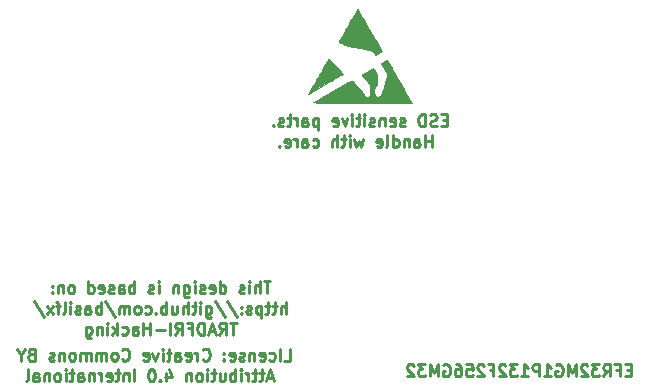
<source format=gbo>
G04 #@! TF.GenerationSoftware,KiCad,Pcbnew,5.1.10-88a1d61d58~88~ubuntu20.10.1*
G04 #@! TF.CreationDate,2021-05-21T17:46:03+03:00*
G04 #@! TF.ProjectId,Devboard,44657662-6f61-4726-942e-6b696361645f,rev?*
G04 #@! TF.SameCoordinates,Original*
G04 #@! TF.FileFunction,Legend,Bot*
G04 #@! TF.FilePolarity,Positive*
%FSLAX46Y46*%
G04 Gerber Fmt 4.6, Leading zero omitted, Abs format (unit mm)*
G04 Created by KiCad (PCBNEW 5.1.10-88a1d61d58~88~ubuntu20.10.1) date 2021-05-21 17:46:03*
%MOMM*%
%LPD*%
G01*
G04 APERTURE LIST*
%ADD10C,0.250000*%
%ADD11C,0.010000*%
%ADD12C,2.600000*%
%ADD13R,2.600000X2.600000*%
%ADD14O,1.700000X1.700000*%
%ADD15R,1.700000X1.700000*%
%ADD16O,1.600000X1.600000*%
%ADD17C,1.600000*%
%ADD18R,3.500000X3.500000*%
%ADD19C,7.000000*%
%ADD20C,3.900000*%
%ADD21C,2.000000*%
%ADD22R,1.000000X1.000000*%
%ADD23O,1.000000X1.000000*%
G04 APERTURE END LIST*
D10*
X167669195Y-113328171D02*
X167335861Y-113328171D01*
X167193004Y-113851980D02*
X167669195Y-113851980D01*
X167669195Y-112851980D01*
X167193004Y-112851980D01*
X166812052Y-113804361D02*
X166669195Y-113851980D01*
X166431100Y-113851980D01*
X166335861Y-113804361D01*
X166288242Y-113756742D01*
X166240623Y-113661504D01*
X166240623Y-113566266D01*
X166288242Y-113471028D01*
X166335861Y-113423409D01*
X166431100Y-113375790D01*
X166621576Y-113328171D01*
X166716814Y-113280552D01*
X166764433Y-113232933D01*
X166812052Y-113137695D01*
X166812052Y-113042457D01*
X166764433Y-112947219D01*
X166716814Y-112899600D01*
X166621576Y-112851980D01*
X166383480Y-112851980D01*
X166240623Y-112899600D01*
X165812052Y-113851980D02*
X165812052Y-112851980D01*
X165573957Y-112851980D01*
X165431100Y-112899600D01*
X165335861Y-112994838D01*
X165288242Y-113090076D01*
X165240623Y-113280552D01*
X165240623Y-113423409D01*
X165288242Y-113613885D01*
X165335861Y-113709123D01*
X165431100Y-113804361D01*
X165573957Y-113851980D01*
X165812052Y-113851980D01*
X164097766Y-113804361D02*
X164002528Y-113851980D01*
X163812052Y-113851980D01*
X163716814Y-113804361D01*
X163669195Y-113709123D01*
X163669195Y-113661504D01*
X163716814Y-113566266D01*
X163812052Y-113518647D01*
X163954909Y-113518647D01*
X164050147Y-113471028D01*
X164097766Y-113375790D01*
X164097766Y-113328171D01*
X164050147Y-113232933D01*
X163954909Y-113185314D01*
X163812052Y-113185314D01*
X163716814Y-113232933D01*
X162859671Y-113804361D02*
X162954909Y-113851980D01*
X163145385Y-113851980D01*
X163240623Y-113804361D01*
X163288242Y-113709123D01*
X163288242Y-113328171D01*
X163240623Y-113232933D01*
X163145385Y-113185314D01*
X162954909Y-113185314D01*
X162859671Y-113232933D01*
X162812052Y-113328171D01*
X162812052Y-113423409D01*
X163288242Y-113518647D01*
X162383480Y-113185314D02*
X162383480Y-113851980D01*
X162383480Y-113280552D02*
X162335861Y-113232933D01*
X162240623Y-113185314D01*
X162097766Y-113185314D01*
X162002528Y-113232933D01*
X161954909Y-113328171D01*
X161954909Y-113851980D01*
X161526338Y-113804361D02*
X161431100Y-113851980D01*
X161240623Y-113851980D01*
X161145385Y-113804361D01*
X161097766Y-113709123D01*
X161097766Y-113661504D01*
X161145385Y-113566266D01*
X161240623Y-113518647D01*
X161383480Y-113518647D01*
X161478719Y-113471028D01*
X161526338Y-113375790D01*
X161526338Y-113328171D01*
X161478719Y-113232933D01*
X161383480Y-113185314D01*
X161240623Y-113185314D01*
X161145385Y-113232933D01*
X160669195Y-113851980D02*
X160669195Y-113185314D01*
X160669195Y-112851980D02*
X160716814Y-112899600D01*
X160669195Y-112947219D01*
X160621576Y-112899600D01*
X160669195Y-112851980D01*
X160669195Y-112947219D01*
X160335861Y-113185314D02*
X159954909Y-113185314D01*
X160193004Y-112851980D02*
X160193004Y-113709123D01*
X160145385Y-113804361D01*
X160050147Y-113851980D01*
X159954909Y-113851980D01*
X159621576Y-113851980D02*
X159621576Y-113185314D01*
X159621576Y-112851980D02*
X159669195Y-112899600D01*
X159621576Y-112947219D01*
X159573957Y-112899600D01*
X159621576Y-112851980D01*
X159621576Y-112947219D01*
X159240623Y-113185314D02*
X159002528Y-113851980D01*
X158764433Y-113185314D01*
X158002528Y-113804361D02*
X158097766Y-113851980D01*
X158288242Y-113851980D01*
X158383480Y-113804361D01*
X158431100Y-113709123D01*
X158431100Y-113328171D01*
X158383480Y-113232933D01*
X158288242Y-113185314D01*
X158097766Y-113185314D01*
X158002528Y-113232933D01*
X157954909Y-113328171D01*
X157954909Y-113423409D01*
X158431100Y-113518647D01*
X156764433Y-113185314D02*
X156764433Y-114185314D01*
X156764433Y-113232933D02*
X156669195Y-113185314D01*
X156478719Y-113185314D01*
X156383480Y-113232933D01*
X156335861Y-113280552D01*
X156288242Y-113375790D01*
X156288242Y-113661504D01*
X156335861Y-113756742D01*
X156383480Y-113804361D01*
X156478719Y-113851980D01*
X156669195Y-113851980D01*
X156764433Y-113804361D01*
X155431100Y-113851980D02*
X155431100Y-113328171D01*
X155478719Y-113232933D01*
X155573957Y-113185314D01*
X155764433Y-113185314D01*
X155859671Y-113232933D01*
X155431100Y-113804361D02*
X155526338Y-113851980D01*
X155764433Y-113851980D01*
X155859671Y-113804361D01*
X155907290Y-113709123D01*
X155907290Y-113613885D01*
X155859671Y-113518647D01*
X155764433Y-113471028D01*
X155526338Y-113471028D01*
X155431100Y-113423409D01*
X154954909Y-113851980D02*
X154954909Y-113185314D01*
X154954909Y-113375790D02*
X154907290Y-113280552D01*
X154859671Y-113232933D01*
X154764433Y-113185314D01*
X154669195Y-113185314D01*
X154478719Y-113185314D02*
X154097766Y-113185314D01*
X154335861Y-112851980D02*
X154335861Y-113709123D01*
X154288242Y-113804361D01*
X154193004Y-113851980D01*
X154097766Y-113851980D01*
X153812052Y-113804361D02*
X153716814Y-113851980D01*
X153526338Y-113851980D01*
X153431100Y-113804361D01*
X153383480Y-113709123D01*
X153383480Y-113661504D01*
X153431100Y-113566266D01*
X153526338Y-113518647D01*
X153669195Y-113518647D01*
X153764433Y-113471028D01*
X153812052Y-113375790D01*
X153812052Y-113328171D01*
X153764433Y-113232933D01*
X153669195Y-113185314D01*
X153526338Y-113185314D01*
X153431100Y-113232933D01*
X152954909Y-113756742D02*
X152907290Y-113804361D01*
X152954909Y-113851980D01*
X153002528Y-113804361D01*
X152954909Y-113756742D01*
X152954909Y-113851980D01*
X166383480Y-115601980D02*
X166383480Y-114601980D01*
X166383480Y-115078171D02*
X165812052Y-115078171D01*
X165812052Y-115601980D02*
X165812052Y-114601980D01*
X164907290Y-115601980D02*
X164907290Y-115078171D01*
X164954909Y-114982933D01*
X165050147Y-114935314D01*
X165240623Y-114935314D01*
X165335861Y-114982933D01*
X164907290Y-115554361D02*
X165002528Y-115601980D01*
X165240623Y-115601980D01*
X165335861Y-115554361D01*
X165383480Y-115459123D01*
X165383480Y-115363885D01*
X165335861Y-115268647D01*
X165240623Y-115221028D01*
X165002528Y-115221028D01*
X164907290Y-115173409D01*
X164431100Y-114935314D02*
X164431100Y-115601980D01*
X164431100Y-115030552D02*
X164383480Y-114982933D01*
X164288242Y-114935314D01*
X164145385Y-114935314D01*
X164050147Y-114982933D01*
X164002528Y-115078171D01*
X164002528Y-115601980D01*
X163097766Y-115601980D02*
X163097766Y-114601980D01*
X163097766Y-115554361D02*
X163193004Y-115601980D01*
X163383480Y-115601980D01*
X163478719Y-115554361D01*
X163526338Y-115506742D01*
X163573957Y-115411504D01*
X163573957Y-115125790D01*
X163526338Y-115030552D01*
X163478719Y-114982933D01*
X163383480Y-114935314D01*
X163193004Y-114935314D01*
X163097766Y-114982933D01*
X162478719Y-115601980D02*
X162573957Y-115554361D01*
X162621576Y-115459123D01*
X162621576Y-114601980D01*
X161716814Y-115554361D02*
X161812052Y-115601980D01*
X162002528Y-115601980D01*
X162097766Y-115554361D01*
X162145385Y-115459123D01*
X162145385Y-115078171D01*
X162097766Y-114982933D01*
X162002528Y-114935314D01*
X161812052Y-114935314D01*
X161716814Y-114982933D01*
X161669195Y-115078171D01*
X161669195Y-115173409D01*
X162145385Y-115268647D01*
X160573957Y-114935314D02*
X160383480Y-115601980D01*
X160193004Y-115125790D01*
X160002528Y-115601980D01*
X159812052Y-114935314D01*
X159431100Y-115601980D02*
X159431100Y-114935314D01*
X159431100Y-114601980D02*
X159478719Y-114649600D01*
X159431100Y-114697219D01*
X159383480Y-114649600D01*
X159431100Y-114601980D01*
X159431100Y-114697219D01*
X159097766Y-114935314D02*
X158716814Y-114935314D01*
X158954909Y-114601980D02*
X158954909Y-115459123D01*
X158907290Y-115554361D01*
X158812052Y-115601980D01*
X158716814Y-115601980D01*
X158383480Y-115601980D02*
X158383480Y-114601980D01*
X157954909Y-115601980D02*
X157954909Y-115078171D01*
X158002528Y-114982933D01*
X158097766Y-114935314D01*
X158240623Y-114935314D01*
X158335861Y-114982933D01*
X158383480Y-115030552D01*
X156288242Y-115554361D02*
X156383480Y-115601980D01*
X156573957Y-115601980D01*
X156669195Y-115554361D01*
X156716814Y-115506742D01*
X156764433Y-115411504D01*
X156764433Y-115125790D01*
X156716814Y-115030552D01*
X156669195Y-114982933D01*
X156573957Y-114935314D01*
X156383480Y-114935314D01*
X156288242Y-114982933D01*
X155431100Y-115601980D02*
X155431100Y-115078171D01*
X155478719Y-114982933D01*
X155573957Y-114935314D01*
X155764433Y-114935314D01*
X155859671Y-114982933D01*
X155431100Y-115554361D02*
X155526338Y-115601980D01*
X155764433Y-115601980D01*
X155859671Y-115554361D01*
X155907290Y-115459123D01*
X155907290Y-115363885D01*
X155859671Y-115268647D01*
X155764433Y-115221028D01*
X155526338Y-115221028D01*
X155431100Y-115173409D01*
X154954909Y-115601980D02*
X154954909Y-114935314D01*
X154954909Y-115125790D02*
X154907290Y-115030552D01*
X154859671Y-114982933D01*
X154764433Y-114935314D01*
X154669195Y-114935314D01*
X153954909Y-115554361D02*
X154050147Y-115601980D01*
X154240623Y-115601980D01*
X154335861Y-115554361D01*
X154383480Y-115459123D01*
X154383480Y-115078171D01*
X154335861Y-114982933D01*
X154240623Y-114935314D01*
X154050147Y-114935314D01*
X153954909Y-114982933D01*
X153907290Y-115078171D01*
X153907290Y-115173409D01*
X154383480Y-115268647D01*
X153478719Y-115506742D02*
X153431100Y-115554361D01*
X153478719Y-115601980D01*
X153526338Y-115554361D01*
X153478719Y-115506742D01*
X153478719Y-115601980D01*
X153874952Y-133689380D02*
X154351142Y-133689380D01*
X154351142Y-132689380D01*
X153541619Y-133689380D02*
X153541619Y-132689380D01*
X152636857Y-133641761D02*
X152732095Y-133689380D01*
X152922571Y-133689380D01*
X153017809Y-133641761D01*
X153065428Y-133594142D01*
X153113047Y-133498904D01*
X153113047Y-133213190D01*
X153065428Y-133117952D01*
X153017809Y-133070333D01*
X152922571Y-133022714D01*
X152732095Y-133022714D01*
X152636857Y-133070333D01*
X151827333Y-133641761D02*
X151922571Y-133689380D01*
X152113047Y-133689380D01*
X152208285Y-133641761D01*
X152255904Y-133546523D01*
X152255904Y-133165571D01*
X152208285Y-133070333D01*
X152113047Y-133022714D01*
X151922571Y-133022714D01*
X151827333Y-133070333D01*
X151779714Y-133165571D01*
X151779714Y-133260809D01*
X152255904Y-133356047D01*
X151351142Y-133022714D02*
X151351142Y-133689380D01*
X151351142Y-133117952D02*
X151303523Y-133070333D01*
X151208285Y-133022714D01*
X151065428Y-133022714D01*
X150970190Y-133070333D01*
X150922571Y-133165571D01*
X150922571Y-133689380D01*
X150494000Y-133641761D02*
X150398761Y-133689380D01*
X150208285Y-133689380D01*
X150113047Y-133641761D01*
X150065428Y-133546523D01*
X150065428Y-133498904D01*
X150113047Y-133403666D01*
X150208285Y-133356047D01*
X150351142Y-133356047D01*
X150446380Y-133308428D01*
X150494000Y-133213190D01*
X150494000Y-133165571D01*
X150446380Y-133070333D01*
X150351142Y-133022714D01*
X150208285Y-133022714D01*
X150113047Y-133070333D01*
X149255904Y-133641761D02*
X149351142Y-133689380D01*
X149541619Y-133689380D01*
X149636857Y-133641761D01*
X149684476Y-133546523D01*
X149684476Y-133165571D01*
X149636857Y-133070333D01*
X149541619Y-133022714D01*
X149351142Y-133022714D01*
X149255904Y-133070333D01*
X149208285Y-133165571D01*
X149208285Y-133260809D01*
X149684476Y-133356047D01*
X148779714Y-133594142D02*
X148732095Y-133641761D01*
X148779714Y-133689380D01*
X148827333Y-133641761D01*
X148779714Y-133594142D01*
X148779714Y-133689380D01*
X148779714Y-133070333D02*
X148732095Y-133117952D01*
X148779714Y-133165571D01*
X148827333Y-133117952D01*
X148779714Y-133070333D01*
X148779714Y-133165571D01*
X146970190Y-133594142D02*
X147017809Y-133641761D01*
X147160666Y-133689380D01*
X147255904Y-133689380D01*
X147398761Y-133641761D01*
X147494000Y-133546523D01*
X147541619Y-133451285D01*
X147589238Y-133260809D01*
X147589238Y-133117952D01*
X147541619Y-132927476D01*
X147494000Y-132832238D01*
X147398761Y-132737000D01*
X147255904Y-132689380D01*
X147160666Y-132689380D01*
X147017809Y-132737000D01*
X146970190Y-132784619D01*
X146541619Y-133689380D02*
X146541619Y-133022714D01*
X146541619Y-133213190D02*
X146494000Y-133117952D01*
X146446380Y-133070333D01*
X146351142Y-133022714D01*
X146255904Y-133022714D01*
X145541619Y-133641761D02*
X145636857Y-133689380D01*
X145827333Y-133689380D01*
X145922571Y-133641761D01*
X145970190Y-133546523D01*
X145970190Y-133165571D01*
X145922571Y-133070333D01*
X145827333Y-133022714D01*
X145636857Y-133022714D01*
X145541619Y-133070333D01*
X145494000Y-133165571D01*
X145494000Y-133260809D01*
X145970190Y-133356047D01*
X144636857Y-133689380D02*
X144636857Y-133165571D01*
X144684476Y-133070333D01*
X144779714Y-133022714D01*
X144970190Y-133022714D01*
X145065428Y-133070333D01*
X144636857Y-133641761D02*
X144732095Y-133689380D01*
X144970190Y-133689380D01*
X145065428Y-133641761D01*
X145113047Y-133546523D01*
X145113047Y-133451285D01*
X145065428Y-133356047D01*
X144970190Y-133308428D01*
X144732095Y-133308428D01*
X144636857Y-133260809D01*
X144303523Y-133022714D02*
X143922571Y-133022714D01*
X144160666Y-132689380D02*
X144160666Y-133546523D01*
X144113047Y-133641761D01*
X144017809Y-133689380D01*
X143922571Y-133689380D01*
X143589238Y-133689380D02*
X143589238Y-133022714D01*
X143589238Y-132689380D02*
X143636857Y-132737000D01*
X143589238Y-132784619D01*
X143541619Y-132737000D01*
X143589238Y-132689380D01*
X143589238Y-132784619D01*
X143208285Y-133022714D02*
X142970190Y-133689380D01*
X142732095Y-133022714D01*
X141970190Y-133641761D02*
X142065428Y-133689380D01*
X142255904Y-133689380D01*
X142351142Y-133641761D01*
X142398761Y-133546523D01*
X142398761Y-133165571D01*
X142351142Y-133070333D01*
X142255904Y-133022714D01*
X142065428Y-133022714D01*
X141970190Y-133070333D01*
X141922571Y-133165571D01*
X141922571Y-133260809D01*
X142398761Y-133356047D01*
X140160666Y-133594142D02*
X140208285Y-133641761D01*
X140351142Y-133689380D01*
X140446380Y-133689380D01*
X140589238Y-133641761D01*
X140684476Y-133546523D01*
X140732095Y-133451285D01*
X140779714Y-133260809D01*
X140779714Y-133117952D01*
X140732095Y-132927476D01*
X140684476Y-132832238D01*
X140589238Y-132737000D01*
X140446380Y-132689380D01*
X140351142Y-132689380D01*
X140208285Y-132737000D01*
X140160666Y-132784619D01*
X139589238Y-133689380D02*
X139684476Y-133641761D01*
X139732095Y-133594142D01*
X139779714Y-133498904D01*
X139779714Y-133213190D01*
X139732095Y-133117952D01*
X139684476Y-133070333D01*
X139589238Y-133022714D01*
X139446380Y-133022714D01*
X139351142Y-133070333D01*
X139303523Y-133117952D01*
X139255904Y-133213190D01*
X139255904Y-133498904D01*
X139303523Y-133594142D01*
X139351142Y-133641761D01*
X139446380Y-133689380D01*
X139589238Y-133689380D01*
X138827333Y-133689380D02*
X138827333Y-133022714D01*
X138827333Y-133117952D02*
X138779714Y-133070333D01*
X138684476Y-133022714D01*
X138541619Y-133022714D01*
X138446380Y-133070333D01*
X138398761Y-133165571D01*
X138398761Y-133689380D01*
X138398761Y-133165571D02*
X138351142Y-133070333D01*
X138255904Y-133022714D01*
X138113047Y-133022714D01*
X138017809Y-133070333D01*
X137970190Y-133165571D01*
X137970190Y-133689380D01*
X137494000Y-133689380D02*
X137494000Y-133022714D01*
X137494000Y-133117952D02*
X137446380Y-133070333D01*
X137351142Y-133022714D01*
X137208285Y-133022714D01*
X137113047Y-133070333D01*
X137065428Y-133165571D01*
X137065428Y-133689380D01*
X137065428Y-133165571D02*
X137017809Y-133070333D01*
X136922571Y-133022714D01*
X136779714Y-133022714D01*
X136684476Y-133070333D01*
X136636857Y-133165571D01*
X136636857Y-133689380D01*
X136017809Y-133689380D02*
X136113047Y-133641761D01*
X136160666Y-133594142D01*
X136208285Y-133498904D01*
X136208285Y-133213190D01*
X136160666Y-133117952D01*
X136113047Y-133070333D01*
X136017809Y-133022714D01*
X135874952Y-133022714D01*
X135779714Y-133070333D01*
X135732095Y-133117952D01*
X135684476Y-133213190D01*
X135684476Y-133498904D01*
X135732095Y-133594142D01*
X135779714Y-133641761D01*
X135874952Y-133689380D01*
X136017809Y-133689380D01*
X135255904Y-133022714D02*
X135255904Y-133689380D01*
X135255904Y-133117952D02*
X135208285Y-133070333D01*
X135113047Y-133022714D01*
X134970190Y-133022714D01*
X134874952Y-133070333D01*
X134827333Y-133165571D01*
X134827333Y-133689380D01*
X134398761Y-133641761D02*
X134303523Y-133689380D01*
X134113047Y-133689380D01*
X134017809Y-133641761D01*
X133970190Y-133546523D01*
X133970190Y-133498904D01*
X134017809Y-133403666D01*
X134113047Y-133356047D01*
X134255904Y-133356047D01*
X134351142Y-133308428D01*
X134398761Y-133213190D01*
X134398761Y-133165571D01*
X134351142Y-133070333D01*
X134255904Y-133022714D01*
X134113047Y-133022714D01*
X134017809Y-133070333D01*
X132446380Y-133165571D02*
X132303523Y-133213190D01*
X132255904Y-133260809D01*
X132208285Y-133356047D01*
X132208285Y-133498904D01*
X132255904Y-133594142D01*
X132303523Y-133641761D01*
X132398761Y-133689380D01*
X132779714Y-133689380D01*
X132779714Y-132689380D01*
X132446380Y-132689380D01*
X132351142Y-132737000D01*
X132303523Y-132784619D01*
X132255904Y-132879857D01*
X132255904Y-132975095D01*
X132303523Y-133070333D01*
X132351142Y-133117952D01*
X132446380Y-133165571D01*
X132779714Y-133165571D01*
X131589238Y-133213190D02*
X131589238Y-133689380D01*
X131922571Y-132689380D02*
X131589238Y-133213190D01*
X131255904Y-132689380D01*
X152898761Y-135153666D02*
X152422571Y-135153666D01*
X152994000Y-135439380D02*
X152660666Y-134439380D01*
X152327333Y-135439380D01*
X152136857Y-134772714D02*
X151755904Y-134772714D01*
X151994000Y-134439380D02*
X151994000Y-135296523D01*
X151946380Y-135391761D01*
X151851142Y-135439380D01*
X151755904Y-135439380D01*
X151565428Y-134772714D02*
X151184476Y-134772714D01*
X151422571Y-134439380D02*
X151422571Y-135296523D01*
X151374952Y-135391761D01*
X151279714Y-135439380D01*
X151184476Y-135439380D01*
X150851142Y-135439380D02*
X150851142Y-134772714D01*
X150851142Y-134963190D02*
X150803523Y-134867952D01*
X150755904Y-134820333D01*
X150660666Y-134772714D01*
X150565428Y-134772714D01*
X150232095Y-135439380D02*
X150232095Y-134772714D01*
X150232095Y-134439380D02*
X150279714Y-134487000D01*
X150232095Y-134534619D01*
X150184476Y-134487000D01*
X150232095Y-134439380D01*
X150232095Y-134534619D01*
X149755904Y-135439380D02*
X149755904Y-134439380D01*
X149755904Y-134820333D02*
X149660666Y-134772714D01*
X149470190Y-134772714D01*
X149374952Y-134820333D01*
X149327333Y-134867952D01*
X149279714Y-134963190D01*
X149279714Y-135248904D01*
X149327333Y-135344142D01*
X149374952Y-135391761D01*
X149470190Y-135439380D01*
X149660666Y-135439380D01*
X149755904Y-135391761D01*
X148422571Y-134772714D02*
X148422571Y-135439380D01*
X148851142Y-134772714D02*
X148851142Y-135296523D01*
X148803523Y-135391761D01*
X148708285Y-135439380D01*
X148565428Y-135439380D01*
X148470190Y-135391761D01*
X148422571Y-135344142D01*
X148089238Y-134772714D02*
X147708285Y-134772714D01*
X147946380Y-134439380D02*
X147946380Y-135296523D01*
X147898761Y-135391761D01*
X147803523Y-135439380D01*
X147708285Y-135439380D01*
X147374952Y-135439380D02*
X147374952Y-134772714D01*
X147374952Y-134439380D02*
X147422571Y-134487000D01*
X147374952Y-134534619D01*
X147327333Y-134487000D01*
X147374952Y-134439380D01*
X147374952Y-134534619D01*
X146755904Y-135439380D02*
X146851142Y-135391761D01*
X146898761Y-135344142D01*
X146946380Y-135248904D01*
X146946380Y-134963190D01*
X146898761Y-134867952D01*
X146851142Y-134820333D01*
X146755904Y-134772714D01*
X146613047Y-134772714D01*
X146517809Y-134820333D01*
X146470190Y-134867952D01*
X146422571Y-134963190D01*
X146422571Y-135248904D01*
X146470190Y-135344142D01*
X146517809Y-135391761D01*
X146613047Y-135439380D01*
X146755904Y-135439380D01*
X145994000Y-134772714D02*
X145994000Y-135439380D01*
X145994000Y-134867952D02*
X145946380Y-134820333D01*
X145851142Y-134772714D01*
X145708285Y-134772714D01*
X145613047Y-134820333D01*
X145565428Y-134915571D01*
X145565428Y-135439380D01*
X143898761Y-134772714D02*
X143898761Y-135439380D01*
X144136857Y-134391761D02*
X144374952Y-135106047D01*
X143755904Y-135106047D01*
X143374952Y-135344142D02*
X143327333Y-135391761D01*
X143374952Y-135439380D01*
X143422571Y-135391761D01*
X143374952Y-135344142D01*
X143374952Y-135439380D01*
X142708285Y-134439380D02*
X142613047Y-134439380D01*
X142517809Y-134487000D01*
X142470190Y-134534619D01*
X142422571Y-134629857D01*
X142374952Y-134820333D01*
X142374952Y-135058428D01*
X142422571Y-135248904D01*
X142470190Y-135344142D01*
X142517809Y-135391761D01*
X142613047Y-135439380D01*
X142708285Y-135439380D01*
X142803523Y-135391761D01*
X142851142Y-135344142D01*
X142898761Y-135248904D01*
X142946380Y-135058428D01*
X142946380Y-134820333D01*
X142898761Y-134629857D01*
X142851142Y-134534619D01*
X142803523Y-134487000D01*
X142708285Y-134439380D01*
X141184476Y-135439380D02*
X141184476Y-134439380D01*
X140708285Y-134772714D02*
X140708285Y-135439380D01*
X140708285Y-134867952D02*
X140660666Y-134820333D01*
X140565428Y-134772714D01*
X140422571Y-134772714D01*
X140327333Y-134820333D01*
X140279714Y-134915571D01*
X140279714Y-135439380D01*
X139946380Y-134772714D02*
X139565428Y-134772714D01*
X139803523Y-134439380D02*
X139803523Y-135296523D01*
X139755904Y-135391761D01*
X139660666Y-135439380D01*
X139565428Y-135439380D01*
X138851142Y-135391761D02*
X138946380Y-135439380D01*
X139136857Y-135439380D01*
X139232095Y-135391761D01*
X139279714Y-135296523D01*
X139279714Y-134915571D01*
X139232095Y-134820333D01*
X139136857Y-134772714D01*
X138946380Y-134772714D01*
X138851142Y-134820333D01*
X138803523Y-134915571D01*
X138803523Y-135010809D01*
X139279714Y-135106047D01*
X138374952Y-135439380D02*
X138374952Y-134772714D01*
X138374952Y-134963190D02*
X138327333Y-134867952D01*
X138279714Y-134820333D01*
X138184476Y-134772714D01*
X138089238Y-134772714D01*
X137755904Y-134772714D02*
X137755904Y-135439380D01*
X137755904Y-134867952D02*
X137708285Y-134820333D01*
X137613047Y-134772714D01*
X137470190Y-134772714D01*
X137374952Y-134820333D01*
X137327333Y-134915571D01*
X137327333Y-135439380D01*
X136422571Y-135439380D02*
X136422571Y-134915571D01*
X136470190Y-134820333D01*
X136565428Y-134772714D01*
X136755904Y-134772714D01*
X136851142Y-134820333D01*
X136422571Y-135391761D02*
X136517809Y-135439380D01*
X136755904Y-135439380D01*
X136851142Y-135391761D01*
X136898761Y-135296523D01*
X136898761Y-135201285D01*
X136851142Y-135106047D01*
X136755904Y-135058428D01*
X136517809Y-135058428D01*
X136422571Y-135010809D01*
X136089238Y-134772714D02*
X135708285Y-134772714D01*
X135946380Y-134439380D02*
X135946380Y-135296523D01*
X135898761Y-135391761D01*
X135803523Y-135439380D01*
X135708285Y-135439380D01*
X135374952Y-135439380D02*
X135374952Y-134772714D01*
X135374952Y-134439380D02*
X135422571Y-134487000D01*
X135374952Y-134534619D01*
X135327333Y-134487000D01*
X135374952Y-134439380D01*
X135374952Y-134534619D01*
X134755904Y-135439380D02*
X134851142Y-135391761D01*
X134898761Y-135344142D01*
X134946380Y-135248904D01*
X134946380Y-134963190D01*
X134898761Y-134867952D01*
X134851142Y-134820333D01*
X134755904Y-134772714D01*
X134613047Y-134772714D01*
X134517809Y-134820333D01*
X134470190Y-134867952D01*
X134422571Y-134963190D01*
X134422571Y-135248904D01*
X134470190Y-135344142D01*
X134517809Y-135391761D01*
X134613047Y-135439380D01*
X134755904Y-135439380D01*
X133994000Y-134772714D02*
X133994000Y-135439380D01*
X133994000Y-134867952D02*
X133946380Y-134820333D01*
X133851142Y-134772714D01*
X133708285Y-134772714D01*
X133613047Y-134820333D01*
X133565428Y-134915571D01*
X133565428Y-135439380D01*
X132660666Y-135439380D02*
X132660666Y-134915571D01*
X132708285Y-134820333D01*
X132803523Y-134772714D01*
X132994000Y-134772714D01*
X133089238Y-134820333D01*
X132660666Y-135391761D02*
X132755904Y-135439380D01*
X132994000Y-135439380D01*
X133089238Y-135391761D01*
X133136857Y-135296523D01*
X133136857Y-135201285D01*
X133089238Y-135106047D01*
X132994000Y-135058428D01*
X132755904Y-135058428D01*
X132660666Y-135010809D01*
X132041619Y-135439380D02*
X132136857Y-135391761D01*
X132184476Y-135296523D01*
X132184476Y-134439380D01*
X183226480Y-134497771D02*
X182893147Y-134497771D01*
X182750290Y-135021580D02*
X183226480Y-135021580D01*
X183226480Y-134021580D01*
X182750290Y-134021580D01*
X181988385Y-134497771D02*
X182321719Y-134497771D01*
X182321719Y-135021580D02*
X182321719Y-134021580D01*
X181845528Y-134021580D01*
X180893147Y-135021580D02*
X181226480Y-134545390D01*
X181464576Y-135021580D02*
X181464576Y-134021580D01*
X181083623Y-134021580D01*
X180988385Y-134069200D01*
X180940766Y-134116819D01*
X180893147Y-134212057D01*
X180893147Y-134354914D01*
X180940766Y-134450152D01*
X180988385Y-134497771D01*
X181083623Y-134545390D01*
X181464576Y-134545390D01*
X180559814Y-134021580D02*
X179940766Y-134021580D01*
X180274100Y-134402533D01*
X180131242Y-134402533D01*
X180036004Y-134450152D01*
X179988385Y-134497771D01*
X179940766Y-134593009D01*
X179940766Y-134831104D01*
X179988385Y-134926342D01*
X180036004Y-134973961D01*
X180131242Y-135021580D01*
X180416957Y-135021580D01*
X180512195Y-134973961D01*
X180559814Y-134926342D01*
X179559814Y-134116819D02*
X179512195Y-134069200D01*
X179416957Y-134021580D01*
X179178861Y-134021580D01*
X179083623Y-134069200D01*
X179036004Y-134116819D01*
X178988385Y-134212057D01*
X178988385Y-134307295D01*
X179036004Y-134450152D01*
X179607433Y-135021580D01*
X178988385Y-135021580D01*
X178559814Y-135021580D02*
X178559814Y-134021580D01*
X178226480Y-134735866D01*
X177893147Y-134021580D01*
X177893147Y-135021580D01*
X176893147Y-134069200D02*
X176988385Y-134021580D01*
X177131242Y-134021580D01*
X177274100Y-134069200D01*
X177369338Y-134164438D01*
X177416957Y-134259676D01*
X177464576Y-134450152D01*
X177464576Y-134593009D01*
X177416957Y-134783485D01*
X177369338Y-134878723D01*
X177274100Y-134973961D01*
X177131242Y-135021580D01*
X177036004Y-135021580D01*
X176893147Y-134973961D01*
X176845528Y-134926342D01*
X176845528Y-134593009D01*
X177036004Y-134593009D01*
X175893147Y-135021580D02*
X176464576Y-135021580D01*
X176178861Y-135021580D02*
X176178861Y-134021580D01*
X176274100Y-134164438D01*
X176369338Y-134259676D01*
X176464576Y-134307295D01*
X175464576Y-135021580D02*
X175464576Y-134021580D01*
X175083623Y-134021580D01*
X174988385Y-134069200D01*
X174940766Y-134116819D01*
X174893147Y-134212057D01*
X174893147Y-134354914D01*
X174940766Y-134450152D01*
X174988385Y-134497771D01*
X175083623Y-134545390D01*
X175464576Y-134545390D01*
X173940766Y-135021580D02*
X174512195Y-135021580D01*
X174226480Y-135021580D02*
X174226480Y-134021580D01*
X174321719Y-134164438D01*
X174416957Y-134259676D01*
X174512195Y-134307295D01*
X173607433Y-134021580D02*
X172988385Y-134021580D01*
X173321719Y-134402533D01*
X173178861Y-134402533D01*
X173083623Y-134450152D01*
X173036004Y-134497771D01*
X172988385Y-134593009D01*
X172988385Y-134831104D01*
X173036004Y-134926342D01*
X173083623Y-134973961D01*
X173178861Y-135021580D01*
X173464576Y-135021580D01*
X173559814Y-134973961D01*
X173607433Y-134926342D01*
X172607433Y-134116819D02*
X172559814Y-134069200D01*
X172464576Y-134021580D01*
X172226480Y-134021580D01*
X172131242Y-134069200D01*
X172083623Y-134116819D01*
X172036004Y-134212057D01*
X172036004Y-134307295D01*
X172083623Y-134450152D01*
X172655052Y-135021580D01*
X172036004Y-135021580D01*
X171274100Y-134497771D02*
X171607433Y-134497771D01*
X171607433Y-135021580D02*
X171607433Y-134021580D01*
X171131242Y-134021580D01*
X170797909Y-134116819D02*
X170750290Y-134069200D01*
X170655052Y-134021580D01*
X170416957Y-134021580D01*
X170321719Y-134069200D01*
X170274100Y-134116819D01*
X170226480Y-134212057D01*
X170226480Y-134307295D01*
X170274100Y-134450152D01*
X170845528Y-135021580D01*
X170226480Y-135021580D01*
X169321719Y-134021580D02*
X169797909Y-134021580D01*
X169845528Y-134497771D01*
X169797909Y-134450152D01*
X169702671Y-134402533D01*
X169464576Y-134402533D01*
X169369338Y-134450152D01*
X169321719Y-134497771D01*
X169274100Y-134593009D01*
X169274100Y-134831104D01*
X169321719Y-134926342D01*
X169369338Y-134973961D01*
X169464576Y-135021580D01*
X169702671Y-135021580D01*
X169797909Y-134973961D01*
X169845528Y-134926342D01*
X168416957Y-134021580D02*
X168607433Y-134021580D01*
X168702671Y-134069200D01*
X168750290Y-134116819D01*
X168845528Y-134259676D01*
X168893147Y-134450152D01*
X168893147Y-134831104D01*
X168845528Y-134926342D01*
X168797909Y-134973961D01*
X168702671Y-135021580D01*
X168512195Y-135021580D01*
X168416957Y-134973961D01*
X168369338Y-134926342D01*
X168321719Y-134831104D01*
X168321719Y-134593009D01*
X168369338Y-134497771D01*
X168416957Y-134450152D01*
X168512195Y-134402533D01*
X168702671Y-134402533D01*
X168797909Y-134450152D01*
X168845528Y-134497771D01*
X168893147Y-134593009D01*
X167369338Y-134069200D02*
X167464576Y-134021580D01*
X167607433Y-134021580D01*
X167750290Y-134069200D01*
X167845528Y-134164438D01*
X167893147Y-134259676D01*
X167940766Y-134450152D01*
X167940766Y-134593009D01*
X167893147Y-134783485D01*
X167845528Y-134878723D01*
X167750290Y-134973961D01*
X167607433Y-135021580D01*
X167512195Y-135021580D01*
X167369338Y-134973961D01*
X167321719Y-134926342D01*
X167321719Y-134593009D01*
X167512195Y-134593009D01*
X166893147Y-135021580D02*
X166893147Y-134021580D01*
X166559814Y-134735866D01*
X166226480Y-134021580D01*
X166226480Y-135021580D01*
X165845528Y-134021580D02*
X165226480Y-134021580D01*
X165559814Y-134402533D01*
X165416957Y-134402533D01*
X165321719Y-134450152D01*
X165274100Y-134497771D01*
X165226480Y-134593009D01*
X165226480Y-134831104D01*
X165274100Y-134926342D01*
X165321719Y-134973961D01*
X165416957Y-135021580D01*
X165702671Y-135021580D01*
X165797909Y-134973961D01*
X165845528Y-134926342D01*
X164845528Y-134116819D02*
X164797909Y-134069200D01*
X164702671Y-134021580D01*
X164464576Y-134021580D01*
X164369338Y-134069200D01*
X164321719Y-134116819D01*
X164274100Y-134212057D01*
X164274100Y-134307295D01*
X164321719Y-134450152D01*
X164893147Y-135021580D01*
X164274100Y-135021580D01*
X152723003Y-126988380D02*
X152151575Y-126988380D01*
X152437289Y-127988380D02*
X152437289Y-126988380D01*
X151818241Y-127988380D02*
X151818241Y-126988380D01*
X151389670Y-127988380D02*
X151389670Y-127464571D01*
X151437289Y-127369333D01*
X151532527Y-127321714D01*
X151675384Y-127321714D01*
X151770622Y-127369333D01*
X151818241Y-127416952D01*
X150913480Y-127988380D02*
X150913480Y-127321714D01*
X150913480Y-126988380D02*
X150961099Y-127036000D01*
X150913480Y-127083619D01*
X150865860Y-127036000D01*
X150913480Y-126988380D01*
X150913480Y-127083619D01*
X150484908Y-127940761D02*
X150389670Y-127988380D01*
X150199194Y-127988380D01*
X150103956Y-127940761D01*
X150056337Y-127845523D01*
X150056337Y-127797904D01*
X150103956Y-127702666D01*
X150199194Y-127655047D01*
X150342051Y-127655047D01*
X150437289Y-127607428D01*
X150484908Y-127512190D01*
X150484908Y-127464571D01*
X150437289Y-127369333D01*
X150342051Y-127321714D01*
X150199194Y-127321714D01*
X150103956Y-127369333D01*
X148437289Y-127988380D02*
X148437289Y-126988380D01*
X148437289Y-127940761D02*
X148532527Y-127988380D01*
X148723003Y-127988380D01*
X148818241Y-127940761D01*
X148865860Y-127893142D01*
X148913480Y-127797904D01*
X148913480Y-127512190D01*
X148865860Y-127416952D01*
X148818241Y-127369333D01*
X148723003Y-127321714D01*
X148532527Y-127321714D01*
X148437289Y-127369333D01*
X147580146Y-127940761D02*
X147675384Y-127988380D01*
X147865860Y-127988380D01*
X147961099Y-127940761D01*
X148008718Y-127845523D01*
X148008718Y-127464571D01*
X147961099Y-127369333D01*
X147865860Y-127321714D01*
X147675384Y-127321714D01*
X147580146Y-127369333D01*
X147532527Y-127464571D01*
X147532527Y-127559809D01*
X148008718Y-127655047D01*
X147151575Y-127940761D02*
X147056337Y-127988380D01*
X146865860Y-127988380D01*
X146770622Y-127940761D01*
X146723003Y-127845523D01*
X146723003Y-127797904D01*
X146770622Y-127702666D01*
X146865860Y-127655047D01*
X147008718Y-127655047D01*
X147103956Y-127607428D01*
X147151575Y-127512190D01*
X147151575Y-127464571D01*
X147103956Y-127369333D01*
X147008718Y-127321714D01*
X146865860Y-127321714D01*
X146770622Y-127369333D01*
X146294432Y-127988380D02*
X146294432Y-127321714D01*
X146294432Y-126988380D02*
X146342051Y-127036000D01*
X146294432Y-127083619D01*
X146246813Y-127036000D01*
X146294432Y-126988380D01*
X146294432Y-127083619D01*
X145389670Y-127321714D02*
X145389670Y-128131238D01*
X145437289Y-128226476D01*
X145484908Y-128274095D01*
X145580146Y-128321714D01*
X145723003Y-128321714D01*
X145818241Y-128274095D01*
X145389670Y-127940761D02*
X145484908Y-127988380D01*
X145675384Y-127988380D01*
X145770622Y-127940761D01*
X145818241Y-127893142D01*
X145865860Y-127797904D01*
X145865860Y-127512190D01*
X145818241Y-127416952D01*
X145770622Y-127369333D01*
X145675384Y-127321714D01*
X145484908Y-127321714D01*
X145389670Y-127369333D01*
X144913480Y-127321714D02*
X144913480Y-127988380D01*
X144913480Y-127416952D02*
X144865860Y-127369333D01*
X144770622Y-127321714D01*
X144627765Y-127321714D01*
X144532527Y-127369333D01*
X144484908Y-127464571D01*
X144484908Y-127988380D01*
X143246813Y-127988380D02*
X143246813Y-127321714D01*
X143246813Y-126988380D02*
X143294432Y-127036000D01*
X143246813Y-127083619D01*
X143199194Y-127036000D01*
X143246813Y-126988380D01*
X143246813Y-127083619D01*
X142818241Y-127940761D02*
X142723003Y-127988380D01*
X142532527Y-127988380D01*
X142437289Y-127940761D01*
X142389670Y-127845523D01*
X142389670Y-127797904D01*
X142437289Y-127702666D01*
X142532527Y-127655047D01*
X142675384Y-127655047D01*
X142770622Y-127607428D01*
X142818241Y-127512190D01*
X142818241Y-127464571D01*
X142770622Y-127369333D01*
X142675384Y-127321714D01*
X142532527Y-127321714D01*
X142437289Y-127369333D01*
X141199194Y-127988380D02*
X141199194Y-126988380D01*
X141199194Y-127369333D02*
X141103956Y-127321714D01*
X140913480Y-127321714D01*
X140818241Y-127369333D01*
X140770622Y-127416952D01*
X140723003Y-127512190D01*
X140723003Y-127797904D01*
X140770622Y-127893142D01*
X140818241Y-127940761D01*
X140913480Y-127988380D01*
X141103956Y-127988380D01*
X141199194Y-127940761D01*
X139865860Y-127988380D02*
X139865860Y-127464571D01*
X139913480Y-127369333D01*
X140008718Y-127321714D01*
X140199194Y-127321714D01*
X140294432Y-127369333D01*
X139865860Y-127940761D02*
X139961099Y-127988380D01*
X140199194Y-127988380D01*
X140294432Y-127940761D01*
X140342051Y-127845523D01*
X140342051Y-127750285D01*
X140294432Y-127655047D01*
X140199194Y-127607428D01*
X139961099Y-127607428D01*
X139865860Y-127559809D01*
X139437289Y-127940761D02*
X139342051Y-127988380D01*
X139151575Y-127988380D01*
X139056337Y-127940761D01*
X139008718Y-127845523D01*
X139008718Y-127797904D01*
X139056337Y-127702666D01*
X139151575Y-127655047D01*
X139294432Y-127655047D01*
X139389670Y-127607428D01*
X139437289Y-127512190D01*
X139437289Y-127464571D01*
X139389670Y-127369333D01*
X139294432Y-127321714D01*
X139151575Y-127321714D01*
X139056337Y-127369333D01*
X138199194Y-127940761D02*
X138294432Y-127988380D01*
X138484908Y-127988380D01*
X138580146Y-127940761D01*
X138627765Y-127845523D01*
X138627765Y-127464571D01*
X138580146Y-127369333D01*
X138484908Y-127321714D01*
X138294432Y-127321714D01*
X138199194Y-127369333D01*
X138151575Y-127464571D01*
X138151575Y-127559809D01*
X138627765Y-127655047D01*
X137294432Y-127988380D02*
X137294432Y-126988380D01*
X137294432Y-127940761D02*
X137389670Y-127988380D01*
X137580146Y-127988380D01*
X137675384Y-127940761D01*
X137723003Y-127893142D01*
X137770622Y-127797904D01*
X137770622Y-127512190D01*
X137723003Y-127416952D01*
X137675384Y-127369333D01*
X137580146Y-127321714D01*
X137389670Y-127321714D01*
X137294432Y-127369333D01*
X135913480Y-127988380D02*
X136008718Y-127940761D01*
X136056337Y-127893142D01*
X136103956Y-127797904D01*
X136103956Y-127512190D01*
X136056337Y-127416952D01*
X136008718Y-127369333D01*
X135913480Y-127321714D01*
X135770622Y-127321714D01*
X135675384Y-127369333D01*
X135627765Y-127416952D01*
X135580146Y-127512190D01*
X135580146Y-127797904D01*
X135627765Y-127893142D01*
X135675384Y-127940761D01*
X135770622Y-127988380D01*
X135913480Y-127988380D01*
X135151575Y-127321714D02*
X135151575Y-127988380D01*
X135151575Y-127416952D02*
X135103956Y-127369333D01*
X135008718Y-127321714D01*
X134865860Y-127321714D01*
X134770622Y-127369333D01*
X134723003Y-127464571D01*
X134723003Y-127988380D01*
X134246813Y-127893142D02*
X134199194Y-127940761D01*
X134246813Y-127988380D01*
X134294432Y-127940761D01*
X134246813Y-127893142D01*
X134246813Y-127988380D01*
X134246813Y-127369333D02*
X134199194Y-127416952D01*
X134246813Y-127464571D01*
X134294432Y-127416952D01*
X134246813Y-127369333D01*
X134246813Y-127464571D01*
X154008718Y-129738380D02*
X154008718Y-128738380D01*
X153580146Y-129738380D02*
X153580146Y-129214571D01*
X153627765Y-129119333D01*
X153723003Y-129071714D01*
X153865860Y-129071714D01*
X153961099Y-129119333D01*
X154008718Y-129166952D01*
X153246813Y-129071714D02*
X152865860Y-129071714D01*
X153103956Y-128738380D02*
X153103956Y-129595523D01*
X153056337Y-129690761D01*
X152961099Y-129738380D01*
X152865860Y-129738380D01*
X152675384Y-129071714D02*
X152294432Y-129071714D01*
X152532527Y-128738380D02*
X152532527Y-129595523D01*
X152484908Y-129690761D01*
X152389670Y-129738380D01*
X152294432Y-129738380D01*
X151961099Y-129071714D02*
X151961099Y-130071714D01*
X151961099Y-129119333D02*
X151865860Y-129071714D01*
X151675384Y-129071714D01*
X151580146Y-129119333D01*
X151532527Y-129166952D01*
X151484908Y-129262190D01*
X151484908Y-129547904D01*
X151532527Y-129643142D01*
X151580146Y-129690761D01*
X151675384Y-129738380D01*
X151865860Y-129738380D01*
X151961099Y-129690761D01*
X151103956Y-129690761D02*
X151008718Y-129738380D01*
X150818241Y-129738380D01*
X150723003Y-129690761D01*
X150675384Y-129595523D01*
X150675384Y-129547904D01*
X150723003Y-129452666D01*
X150818241Y-129405047D01*
X150961099Y-129405047D01*
X151056337Y-129357428D01*
X151103956Y-129262190D01*
X151103956Y-129214571D01*
X151056337Y-129119333D01*
X150961099Y-129071714D01*
X150818241Y-129071714D01*
X150723003Y-129119333D01*
X150246813Y-129643142D02*
X150199194Y-129690761D01*
X150246813Y-129738380D01*
X150294432Y-129690761D01*
X150246813Y-129643142D01*
X150246813Y-129738380D01*
X150246813Y-129119333D02*
X150199194Y-129166952D01*
X150246813Y-129214571D01*
X150294432Y-129166952D01*
X150246813Y-129119333D01*
X150246813Y-129214571D01*
X149056337Y-128690761D02*
X149913480Y-129976476D01*
X148008718Y-128690761D02*
X148865860Y-129976476D01*
X147246813Y-129071714D02*
X147246813Y-129881238D01*
X147294432Y-129976476D01*
X147342051Y-130024095D01*
X147437289Y-130071714D01*
X147580146Y-130071714D01*
X147675384Y-130024095D01*
X147246813Y-129690761D02*
X147342051Y-129738380D01*
X147532527Y-129738380D01*
X147627765Y-129690761D01*
X147675384Y-129643142D01*
X147723003Y-129547904D01*
X147723003Y-129262190D01*
X147675384Y-129166952D01*
X147627765Y-129119333D01*
X147532527Y-129071714D01*
X147342051Y-129071714D01*
X147246813Y-129119333D01*
X146770622Y-129738380D02*
X146770622Y-129071714D01*
X146770622Y-128738380D02*
X146818241Y-128786000D01*
X146770622Y-128833619D01*
X146723003Y-128786000D01*
X146770622Y-128738380D01*
X146770622Y-128833619D01*
X146437289Y-129071714D02*
X146056337Y-129071714D01*
X146294432Y-128738380D02*
X146294432Y-129595523D01*
X146246813Y-129690761D01*
X146151575Y-129738380D01*
X146056337Y-129738380D01*
X145723003Y-129738380D02*
X145723003Y-128738380D01*
X145294432Y-129738380D02*
X145294432Y-129214571D01*
X145342051Y-129119333D01*
X145437289Y-129071714D01*
X145580146Y-129071714D01*
X145675384Y-129119333D01*
X145723003Y-129166952D01*
X144389670Y-129071714D02*
X144389670Y-129738380D01*
X144818241Y-129071714D02*
X144818241Y-129595523D01*
X144770622Y-129690761D01*
X144675384Y-129738380D01*
X144532527Y-129738380D01*
X144437289Y-129690761D01*
X144389670Y-129643142D01*
X143913480Y-129738380D02*
X143913480Y-128738380D01*
X143913480Y-129119333D02*
X143818241Y-129071714D01*
X143627765Y-129071714D01*
X143532527Y-129119333D01*
X143484908Y-129166952D01*
X143437289Y-129262190D01*
X143437289Y-129547904D01*
X143484908Y-129643142D01*
X143532527Y-129690761D01*
X143627765Y-129738380D01*
X143818241Y-129738380D01*
X143913480Y-129690761D01*
X143008718Y-129643142D02*
X142961099Y-129690761D01*
X143008718Y-129738380D01*
X143056337Y-129690761D01*
X143008718Y-129643142D01*
X143008718Y-129738380D01*
X142103956Y-129690761D02*
X142199194Y-129738380D01*
X142389670Y-129738380D01*
X142484908Y-129690761D01*
X142532527Y-129643142D01*
X142580146Y-129547904D01*
X142580146Y-129262190D01*
X142532527Y-129166952D01*
X142484908Y-129119333D01*
X142389670Y-129071714D01*
X142199194Y-129071714D01*
X142103956Y-129119333D01*
X141532527Y-129738380D02*
X141627765Y-129690761D01*
X141675384Y-129643142D01*
X141723003Y-129547904D01*
X141723003Y-129262190D01*
X141675384Y-129166952D01*
X141627765Y-129119333D01*
X141532527Y-129071714D01*
X141389670Y-129071714D01*
X141294432Y-129119333D01*
X141246813Y-129166952D01*
X141199194Y-129262190D01*
X141199194Y-129547904D01*
X141246813Y-129643142D01*
X141294432Y-129690761D01*
X141389670Y-129738380D01*
X141532527Y-129738380D01*
X140770622Y-129738380D02*
X140770622Y-129071714D01*
X140770622Y-129166952D02*
X140723003Y-129119333D01*
X140627765Y-129071714D01*
X140484908Y-129071714D01*
X140389670Y-129119333D01*
X140342051Y-129214571D01*
X140342051Y-129738380D01*
X140342051Y-129214571D02*
X140294432Y-129119333D01*
X140199194Y-129071714D01*
X140056337Y-129071714D01*
X139961099Y-129119333D01*
X139913480Y-129214571D01*
X139913480Y-129738380D01*
X138723003Y-128690761D02*
X139580146Y-129976476D01*
X138389670Y-129738380D02*
X138389670Y-128738380D01*
X138389670Y-129119333D02*
X138294432Y-129071714D01*
X138103956Y-129071714D01*
X138008718Y-129119333D01*
X137961099Y-129166952D01*
X137913480Y-129262190D01*
X137913480Y-129547904D01*
X137961099Y-129643142D01*
X138008718Y-129690761D01*
X138103956Y-129738380D01*
X138294432Y-129738380D01*
X138389670Y-129690761D01*
X137056337Y-129738380D02*
X137056337Y-129214571D01*
X137103956Y-129119333D01*
X137199194Y-129071714D01*
X137389670Y-129071714D01*
X137484908Y-129119333D01*
X137056337Y-129690761D02*
X137151575Y-129738380D01*
X137389670Y-129738380D01*
X137484908Y-129690761D01*
X137532527Y-129595523D01*
X137532527Y-129500285D01*
X137484908Y-129405047D01*
X137389670Y-129357428D01*
X137151575Y-129357428D01*
X137056337Y-129309809D01*
X136627765Y-129690761D02*
X136532527Y-129738380D01*
X136342051Y-129738380D01*
X136246813Y-129690761D01*
X136199194Y-129595523D01*
X136199194Y-129547904D01*
X136246813Y-129452666D01*
X136342051Y-129405047D01*
X136484908Y-129405047D01*
X136580146Y-129357428D01*
X136627765Y-129262190D01*
X136627765Y-129214571D01*
X136580146Y-129119333D01*
X136484908Y-129071714D01*
X136342051Y-129071714D01*
X136246813Y-129119333D01*
X135770622Y-129738380D02*
X135770622Y-129071714D01*
X135770622Y-128738380D02*
X135818241Y-128786000D01*
X135770622Y-128833619D01*
X135723003Y-128786000D01*
X135770622Y-128738380D01*
X135770622Y-128833619D01*
X135151575Y-129738380D02*
X135246813Y-129690761D01*
X135294432Y-129595523D01*
X135294432Y-128738380D01*
X134913480Y-129071714D02*
X134532527Y-129071714D01*
X134770622Y-129738380D02*
X134770622Y-128881238D01*
X134723003Y-128786000D01*
X134627765Y-128738380D01*
X134532527Y-128738380D01*
X134294432Y-129738380D02*
X133770622Y-129071714D01*
X134294432Y-129071714D02*
X133770622Y-129738380D01*
X132675384Y-128690761D02*
X133532527Y-129976476D01*
X149865860Y-130488380D02*
X149294432Y-130488380D01*
X149580146Y-131488380D02*
X149580146Y-130488380D01*
X148389670Y-131488380D02*
X148723003Y-131012190D01*
X148961099Y-131488380D02*
X148961099Y-130488380D01*
X148580146Y-130488380D01*
X148484908Y-130536000D01*
X148437289Y-130583619D01*
X148389670Y-130678857D01*
X148389670Y-130821714D01*
X148437289Y-130916952D01*
X148484908Y-130964571D01*
X148580146Y-131012190D01*
X148961099Y-131012190D01*
X148008718Y-131202666D02*
X147532527Y-131202666D01*
X148103956Y-131488380D02*
X147770622Y-130488380D01*
X147437289Y-131488380D01*
X147103956Y-131488380D02*
X147103956Y-130488380D01*
X146865860Y-130488380D01*
X146723003Y-130536000D01*
X146627765Y-130631238D01*
X146580146Y-130726476D01*
X146532527Y-130916952D01*
X146532527Y-131059809D01*
X146580146Y-131250285D01*
X146627765Y-131345523D01*
X146723003Y-131440761D01*
X146865860Y-131488380D01*
X147103956Y-131488380D01*
X145770622Y-130964571D02*
X146103956Y-130964571D01*
X146103956Y-131488380D02*
X146103956Y-130488380D01*
X145627765Y-130488380D01*
X144675384Y-131488380D02*
X145008718Y-131012190D01*
X145246813Y-131488380D02*
X145246813Y-130488380D01*
X144865860Y-130488380D01*
X144770622Y-130536000D01*
X144723003Y-130583619D01*
X144675384Y-130678857D01*
X144675384Y-130821714D01*
X144723003Y-130916952D01*
X144770622Y-130964571D01*
X144865860Y-131012190D01*
X145246813Y-131012190D01*
X144246813Y-131488380D02*
X144246813Y-130488380D01*
X143770622Y-131107428D02*
X143008718Y-131107428D01*
X142532527Y-131488380D02*
X142532527Y-130488380D01*
X142532527Y-130964571D02*
X141961099Y-130964571D01*
X141961099Y-131488380D02*
X141961099Y-130488380D01*
X141056337Y-131488380D02*
X141056337Y-130964571D01*
X141103956Y-130869333D01*
X141199194Y-130821714D01*
X141389670Y-130821714D01*
X141484908Y-130869333D01*
X141056337Y-131440761D02*
X141151575Y-131488380D01*
X141389670Y-131488380D01*
X141484908Y-131440761D01*
X141532527Y-131345523D01*
X141532527Y-131250285D01*
X141484908Y-131155047D01*
X141389670Y-131107428D01*
X141151575Y-131107428D01*
X141056337Y-131059809D01*
X140151575Y-131440761D02*
X140246813Y-131488380D01*
X140437289Y-131488380D01*
X140532527Y-131440761D01*
X140580146Y-131393142D01*
X140627765Y-131297904D01*
X140627765Y-131012190D01*
X140580146Y-130916952D01*
X140532527Y-130869333D01*
X140437289Y-130821714D01*
X140246813Y-130821714D01*
X140151575Y-130869333D01*
X139723003Y-131488380D02*
X139723003Y-130488380D01*
X139627765Y-131107428D02*
X139342051Y-131488380D01*
X139342051Y-130821714D02*
X139723003Y-131202666D01*
X138913480Y-131488380D02*
X138913480Y-130821714D01*
X138913480Y-130488380D02*
X138961099Y-130536000D01*
X138913480Y-130583619D01*
X138865860Y-130536000D01*
X138913480Y-130488380D01*
X138913480Y-130583619D01*
X138437289Y-130821714D02*
X138437289Y-131488380D01*
X138437289Y-130916952D02*
X138389670Y-130869333D01*
X138294432Y-130821714D01*
X138151575Y-130821714D01*
X138056337Y-130869333D01*
X138008718Y-130964571D01*
X138008718Y-131488380D01*
X137103956Y-130821714D02*
X137103956Y-131631238D01*
X137151575Y-131726476D01*
X137199194Y-131774095D01*
X137294432Y-131821714D01*
X137437289Y-131821714D01*
X137532527Y-131774095D01*
X137103956Y-131440761D02*
X137199194Y-131488380D01*
X137389670Y-131488380D01*
X137484908Y-131440761D01*
X137532527Y-131393142D01*
X137580146Y-131297904D01*
X137580146Y-131012190D01*
X137532527Y-130916952D01*
X137484908Y-130869333D01*
X137389670Y-130821714D01*
X137199194Y-130821714D01*
X137103956Y-130869333D01*
D11*
G36*
X160078522Y-103949966D02*
G01*
X160047524Y-104000338D01*
X159999766Y-104080141D01*
X159937206Y-104185980D01*
X159861803Y-104314459D01*
X159775515Y-104462184D01*
X159680299Y-104625758D01*
X159578115Y-104801787D01*
X159470919Y-104986875D01*
X159360671Y-105177627D01*
X159249329Y-105370647D01*
X159138850Y-105562541D01*
X159031193Y-105749911D01*
X158928316Y-105929365D01*
X158832177Y-106097505D01*
X158744735Y-106250937D01*
X158667947Y-106386265D01*
X158603772Y-106500094D01*
X158554167Y-106589029D01*
X158521091Y-106649674D01*
X158506503Y-106678633D01*
X158505969Y-106680444D01*
X158524079Y-106705017D01*
X158574420Y-106742607D01*
X158651005Y-106789522D01*
X158747848Y-106842074D01*
X158849233Y-106892013D01*
X158987185Y-106952569D01*
X159132258Y-107006979D01*
X159289450Y-107056451D01*
X159463757Y-107102195D01*
X159660178Y-107145420D01*
X159883711Y-107187334D01*
X160139352Y-107229147D01*
X160403794Y-107268084D01*
X160633548Y-107302628D01*
X160826483Y-107336826D01*
X160987436Y-107372377D01*
X161121245Y-107410982D01*
X161232750Y-107454339D01*
X161326786Y-107504148D01*
X161408194Y-107562109D01*
X161481810Y-107629920D01*
X161505549Y-107655112D01*
X161557003Y-107713758D01*
X161595066Y-107761615D01*
X161612723Y-107789758D01*
X161613194Y-107792065D01*
X161619372Y-107806216D01*
X161640810Y-107806375D01*
X161681867Y-107790661D01*
X161746899Y-107757191D01*
X161840263Y-107704081D01*
X161905148Y-107665888D01*
X162001899Y-107606185D01*
X162077088Y-107555063D01*
X162125661Y-107516199D01*
X162142565Y-107493272D01*
X162142555Y-107493105D01*
X162132072Y-107471256D01*
X162102469Y-107416539D01*
X162055462Y-107331936D01*
X161992771Y-107220429D01*
X161916114Y-107085001D01*
X161827209Y-106928633D01*
X161727774Y-106754307D01*
X161619528Y-106565006D01*
X161504189Y-106363711D01*
X161383476Y-106153405D01*
X161259106Y-105937071D01*
X161132799Y-105717689D01*
X161006273Y-105498242D01*
X160881245Y-105281712D01*
X160759435Y-105071081D01*
X160642561Y-104869332D01*
X160532340Y-104679447D01*
X160430492Y-104504406D01*
X160338735Y-104347194D01*
X160258787Y-104210791D01*
X160192366Y-104098180D01*
X160141191Y-104012343D01*
X160106980Y-103956262D01*
X160091452Y-103932919D01*
X160090802Y-103932421D01*
X160078522Y-103949966D01*
G37*
X160078522Y-103949966D02*
X160047524Y-104000338D01*
X159999766Y-104080141D01*
X159937206Y-104185980D01*
X159861803Y-104314459D01*
X159775515Y-104462184D01*
X159680299Y-104625758D01*
X159578115Y-104801787D01*
X159470919Y-104986875D01*
X159360671Y-105177627D01*
X159249329Y-105370647D01*
X159138850Y-105562541D01*
X159031193Y-105749911D01*
X158928316Y-105929365D01*
X158832177Y-106097505D01*
X158744735Y-106250937D01*
X158667947Y-106386265D01*
X158603772Y-106500094D01*
X158554167Y-106589029D01*
X158521091Y-106649674D01*
X158506503Y-106678633D01*
X158505969Y-106680444D01*
X158524079Y-106705017D01*
X158574420Y-106742607D01*
X158651005Y-106789522D01*
X158747848Y-106842074D01*
X158849233Y-106892013D01*
X158987185Y-106952569D01*
X159132258Y-107006979D01*
X159289450Y-107056451D01*
X159463757Y-107102195D01*
X159660178Y-107145420D01*
X159883711Y-107187334D01*
X160139352Y-107229147D01*
X160403794Y-107268084D01*
X160633548Y-107302628D01*
X160826483Y-107336826D01*
X160987436Y-107372377D01*
X161121245Y-107410982D01*
X161232750Y-107454339D01*
X161326786Y-107504148D01*
X161408194Y-107562109D01*
X161481810Y-107629920D01*
X161505549Y-107655112D01*
X161557003Y-107713758D01*
X161595066Y-107761615D01*
X161612723Y-107789758D01*
X161613194Y-107792065D01*
X161619372Y-107806216D01*
X161640810Y-107806375D01*
X161681867Y-107790661D01*
X161746899Y-107757191D01*
X161840263Y-107704081D01*
X161905148Y-107665888D01*
X162001899Y-107606185D01*
X162077088Y-107555063D01*
X162125661Y-107516199D01*
X162142565Y-107493272D01*
X162142555Y-107493105D01*
X162132072Y-107471256D01*
X162102469Y-107416539D01*
X162055462Y-107331936D01*
X161992771Y-107220429D01*
X161916114Y-107085001D01*
X161827209Y-106928633D01*
X161727774Y-106754307D01*
X161619528Y-106565006D01*
X161504189Y-106363711D01*
X161383476Y-106153405D01*
X161259106Y-105937071D01*
X161132799Y-105717689D01*
X161006273Y-105498242D01*
X160881245Y-105281712D01*
X160759435Y-105071081D01*
X160642561Y-104869332D01*
X160532340Y-104679447D01*
X160430492Y-104504406D01*
X160338735Y-104347194D01*
X160258787Y-104210791D01*
X160192366Y-104098180D01*
X160141191Y-104012343D01*
X160106980Y-103956262D01*
X160091452Y-103932919D01*
X160090802Y-103932421D01*
X160078522Y-103949966D01*
G36*
X157623254Y-108189708D02*
G01*
X157607931Y-108215390D01*
X157573489Y-108274269D01*
X157521631Y-108363402D01*
X157454060Y-108479849D01*
X157372479Y-108620667D01*
X157278591Y-108782914D01*
X157174101Y-108963649D01*
X157060710Y-109159930D01*
X156940122Y-109368816D01*
X156816087Y-109583817D01*
X156689413Y-109803449D01*
X156567792Y-110014295D01*
X156452988Y-110213299D01*
X156346762Y-110397407D01*
X156250877Y-110563565D01*
X156167098Y-110708717D01*
X156097186Y-110829809D01*
X156042904Y-110923788D01*
X156006015Y-110987597D01*
X155988669Y-111017519D01*
X155960393Y-111068071D01*
X155945018Y-111099714D01*
X155944176Y-111105220D01*
X155962912Y-111094882D01*
X156015014Y-111065207D01*
X156097760Y-111017768D01*
X156208425Y-110954133D01*
X156344286Y-110875874D01*
X156502619Y-110784559D01*
X156680702Y-110681760D01*
X156875810Y-110569047D01*
X157085220Y-110447989D01*
X157306209Y-110320157D01*
X157390287Y-110271502D01*
X157615230Y-110141367D01*
X157829876Y-110017297D01*
X158031468Y-109900877D01*
X158217252Y-109793693D01*
X158384472Y-109697331D01*
X158530373Y-109613378D01*
X158652199Y-109543420D01*
X158747196Y-109489043D01*
X158812608Y-109451834D01*
X158845680Y-109433378D01*
X158849138Y-109431630D01*
X158839061Y-109415805D01*
X158803993Y-109373492D01*
X158747515Y-109308590D01*
X158673207Y-109224996D01*
X158584648Y-109126609D01*
X158485420Y-109017325D01*
X158379102Y-108901044D01*
X158269275Y-108781662D01*
X158159518Y-108663077D01*
X158053412Y-108549188D01*
X157954538Y-108443892D01*
X157866474Y-108351087D01*
X157792801Y-108274670D01*
X157737100Y-108218540D01*
X157717997Y-108200135D01*
X157654692Y-108140672D01*
X157623254Y-108189708D01*
G37*
X157623254Y-108189708D02*
X157607931Y-108215390D01*
X157573489Y-108274269D01*
X157521631Y-108363402D01*
X157454060Y-108479849D01*
X157372479Y-108620667D01*
X157278591Y-108782914D01*
X157174101Y-108963649D01*
X157060710Y-109159930D01*
X156940122Y-109368816D01*
X156816087Y-109583817D01*
X156689413Y-109803449D01*
X156567792Y-110014295D01*
X156452988Y-110213299D01*
X156346762Y-110397407D01*
X156250877Y-110563565D01*
X156167098Y-110708717D01*
X156097186Y-110829809D01*
X156042904Y-110923788D01*
X156006015Y-110987597D01*
X155988669Y-111017519D01*
X155960393Y-111068071D01*
X155945018Y-111099714D01*
X155944176Y-111105220D01*
X155962912Y-111094882D01*
X156015014Y-111065207D01*
X156097760Y-111017768D01*
X156208425Y-110954133D01*
X156344286Y-110875874D01*
X156502619Y-110784559D01*
X156680702Y-110681760D01*
X156875810Y-110569047D01*
X157085220Y-110447989D01*
X157306209Y-110320157D01*
X157390287Y-110271502D01*
X157615230Y-110141367D01*
X157829876Y-110017297D01*
X158031468Y-109900877D01*
X158217252Y-109793693D01*
X158384472Y-109697331D01*
X158530373Y-109613378D01*
X158652199Y-109543420D01*
X158747196Y-109489043D01*
X158812608Y-109451834D01*
X158845680Y-109433378D01*
X158849138Y-109431630D01*
X158839061Y-109415805D01*
X158803993Y-109373492D01*
X158747515Y-109308590D01*
X158673207Y-109224996D01*
X158584648Y-109126609D01*
X158485420Y-109017325D01*
X158379102Y-108901044D01*
X158269275Y-108781662D01*
X158159518Y-108663077D01*
X158053412Y-108549188D01*
X157954538Y-108443892D01*
X157866474Y-108351087D01*
X157792801Y-108274670D01*
X157737100Y-108218540D01*
X157717997Y-108200135D01*
X157654692Y-108140672D01*
X157623254Y-108189708D01*
G36*
X162558651Y-108265836D02*
G01*
X162514856Y-108282772D01*
X162448107Y-108316401D01*
X162352263Y-108369134D01*
X162344801Y-108373325D01*
X162256529Y-108423801D01*
X162182037Y-108468023D01*
X162128640Y-108501531D01*
X162103654Y-108519864D01*
X162102955Y-108520762D01*
X162108991Y-108546214D01*
X162136677Y-108603055D01*
X162184212Y-108688189D01*
X162249789Y-108798517D01*
X162331603Y-108930944D01*
X162427852Y-109082371D01*
X162451806Y-109119507D01*
X162514217Y-109222557D01*
X162559663Y-109311232D01*
X162584154Y-109377514D01*
X162586667Y-109390607D01*
X162585552Y-109448243D01*
X162573057Y-109539665D01*
X162550740Y-109659008D01*
X162520160Y-109800409D01*
X162482872Y-109958003D01*
X162440435Y-110125926D01*
X162394406Y-110298314D01*
X162346343Y-110469301D01*
X162297803Y-110633024D01*
X162250343Y-110783618D01*
X162205522Y-110915220D01*
X162164897Y-111021963D01*
X162136577Y-111085294D01*
X162103217Y-111152757D01*
X162071718Y-111217311D01*
X162070013Y-111220845D01*
X162017902Y-111286050D01*
X161941846Y-111329956D01*
X161853308Y-111350997D01*
X161763752Y-111347607D01*
X161684642Y-111318223D01*
X161640136Y-111279536D01*
X161576044Y-111173436D01*
X161529078Y-111041205D01*
X161503310Y-110896327D01*
X161499659Y-110814194D01*
X161514361Y-110660905D01*
X161557510Y-110533966D01*
X161631428Y-110427218D01*
X161654479Y-110403457D01*
X161723075Y-110336809D01*
X161727786Y-109865716D01*
X161732497Y-109394622D01*
X161612454Y-109212906D01*
X161556123Y-109130656D01*
X161501872Y-109056665D01*
X161457441Y-109001248D01*
X161438344Y-108980856D01*
X161384276Y-108930523D01*
X161311050Y-108969958D01*
X161264767Y-108998215D01*
X161239443Y-109020154D01*
X161237824Y-109024099D01*
X161220516Y-109040823D01*
X161190903Y-109053276D01*
X161162286Y-109064500D01*
X161118466Y-109085824D01*
X161055682Y-109119329D01*
X160970172Y-109167096D01*
X160858174Y-109231207D01*
X160715927Y-109313744D01*
X160638627Y-109358865D01*
X160547698Y-109412911D01*
X160488061Y-109451404D01*
X160454439Y-109478844D01*
X160441556Y-109499734D01*
X160444135Y-109518575D01*
X160446285Y-109522952D01*
X160467203Y-109550514D01*
X160511960Y-109602216D01*
X160575343Y-109672275D01*
X160652138Y-109754907D01*
X160718556Y-109824956D01*
X160871610Y-109991214D01*
X160991344Y-110135319D01*
X161078827Y-110258721D01*
X161135126Y-110362868D01*
X161154116Y-110415754D01*
X161161960Y-110462050D01*
X161170062Y-110541021D01*
X161177709Y-110643646D01*
X161184188Y-110760903D01*
X161187237Y-110835048D01*
X161191492Y-110963227D01*
X161193364Y-111056938D01*
X161192301Y-111123383D01*
X161187754Y-111169761D01*
X161179173Y-111203274D01*
X161166006Y-111231121D01*
X161155665Y-111248124D01*
X161095944Y-111313662D01*
X161018989Y-111359332D01*
X160938020Y-111379250D01*
X160877342Y-111372044D01*
X160822401Y-111340866D01*
X160753533Y-111285030D01*
X160680395Y-111214274D01*
X160612648Y-111138337D01*
X160559950Y-111066959D01*
X160540547Y-111032468D01*
X160511481Y-110985241D01*
X160458617Y-110913306D01*
X160386784Y-110822285D01*
X160300812Y-110717800D01*
X160205532Y-110605475D01*
X160105773Y-110490930D01*
X160006366Y-110379790D01*
X159912141Y-110277675D01*
X159827927Y-110190208D01*
X159761809Y-110125998D01*
X159688401Y-110061857D01*
X159626647Y-110014563D01*
X159583334Y-109989035D01*
X159568955Y-109986229D01*
X159546921Y-109997552D01*
X159491962Y-110027944D01*
X159407248Y-110075580D01*
X159295952Y-110138635D01*
X159161244Y-110215285D01*
X159006297Y-110303705D01*
X158834281Y-110402070D01*
X158648368Y-110508556D01*
X158451730Y-110621337D01*
X158247537Y-110738589D01*
X158038961Y-110858487D01*
X157829175Y-110979207D01*
X157621348Y-111098923D01*
X157418653Y-111215811D01*
X157224260Y-111328046D01*
X157041342Y-111433804D01*
X156873070Y-111531260D01*
X156722615Y-111618588D01*
X156593149Y-111693965D01*
X156487843Y-111755565D01*
X156409868Y-111801564D01*
X156362396Y-111830137D01*
X156348637Y-111839104D01*
X156367169Y-111840876D01*
X156425467Y-111842599D01*
X156521591Y-111844264D01*
X156653601Y-111845863D01*
X156819554Y-111847387D01*
X157017511Y-111848829D01*
X157245530Y-111850180D01*
X157501671Y-111851432D01*
X157783992Y-111852576D01*
X158090553Y-111853604D01*
X158419413Y-111854508D01*
X158768631Y-111855279D01*
X159136265Y-111855909D01*
X159520376Y-111856390D01*
X159919023Y-111856714D01*
X160330263Y-111856872D01*
X160502820Y-111856887D01*
X164676814Y-111856887D01*
X164379132Y-111340754D01*
X164316114Y-111231465D01*
X164234994Y-111090740D01*
X164138484Y-110923286D01*
X164029297Y-110733812D01*
X163910145Y-110527023D01*
X163783740Y-110307628D01*
X163652795Y-110080333D01*
X163520021Y-109849846D01*
X163388131Y-109620873D01*
X163354776Y-109562963D01*
X163233153Y-109352032D01*
X163117172Y-109151335D01*
X163008575Y-108963859D01*
X162909106Y-108792592D01*
X162820508Y-108640523D01*
X162744522Y-108510638D01*
X162682893Y-108405925D01*
X162637363Y-108329373D01*
X162609675Y-108283969D01*
X162601928Y-108272409D01*
X162585628Y-108263185D01*
X162558651Y-108265836D01*
G37*
X162558651Y-108265836D02*
X162514856Y-108282772D01*
X162448107Y-108316401D01*
X162352263Y-108369134D01*
X162344801Y-108373325D01*
X162256529Y-108423801D01*
X162182037Y-108468023D01*
X162128640Y-108501531D01*
X162103654Y-108519864D01*
X162102955Y-108520762D01*
X162108991Y-108546214D01*
X162136677Y-108603055D01*
X162184212Y-108688189D01*
X162249789Y-108798517D01*
X162331603Y-108930944D01*
X162427852Y-109082371D01*
X162451806Y-109119507D01*
X162514217Y-109222557D01*
X162559663Y-109311232D01*
X162584154Y-109377514D01*
X162586667Y-109390607D01*
X162585552Y-109448243D01*
X162573057Y-109539665D01*
X162550740Y-109659008D01*
X162520160Y-109800409D01*
X162482872Y-109958003D01*
X162440435Y-110125926D01*
X162394406Y-110298314D01*
X162346343Y-110469301D01*
X162297803Y-110633024D01*
X162250343Y-110783618D01*
X162205522Y-110915220D01*
X162164897Y-111021963D01*
X162136577Y-111085294D01*
X162103217Y-111152757D01*
X162071718Y-111217311D01*
X162070013Y-111220845D01*
X162017902Y-111286050D01*
X161941846Y-111329956D01*
X161853308Y-111350997D01*
X161763752Y-111347607D01*
X161684642Y-111318223D01*
X161640136Y-111279536D01*
X161576044Y-111173436D01*
X161529078Y-111041205D01*
X161503310Y-110896327D01*
X161499659Y-110814194D01*
X161514361Y-110660905D01*
X161557510Y-110533966D01*
X161631428Y-110427218D01*
X161654479Y-110403457D01*
X161723075Y-110336809D01*
X161727786Y-109865716D01*
X161732497Y-109394622D01*
X161612454Y-109212906D01*
X161556123Y-109130656D01*
X161501872Y-109056665D01*
X161457441Y-109001248D01*
X161438344Y-108980856D01*
X161384276Y-108930523D01*
X161311050Y-108969958D01*
X161264767Y-108998215D01*
X161239443Y-109020154D01*
X161237824Y-109024099D01*
X161220516Y-109040823D01*
X161190903Y-109053276D01*
X161162286Y-109064500D01*
X161118466Y-109085824D01*
X161055682Y-109119329D01*
X160970172Y-109167096D01*
X160858174Y-109231207D01*
X160715927Y-109313744D01*
X160638627Y-109358865D01*
X160547698Y-109412911D01*
X160488061Y-109451404D01*
X160454439Y-109478844D01*
X160441556Y-109499734D01*
X160444135Y-109518575D01*
X160446285Y-109522952D01*
X160467203Y-109550514D01*
X160511960Y-109602216D01*
X160575343Y-109672275D01*
X160652138Y-109754907D01*
X160718556Y-109824956D01*
X160871610Y-109991214D01*
X160991344Y-110135319D01*
X161078827Y-110258721D01*
X161135126Y-110362868D01*
X161154116Y-110415754D01*
X161161960Y-110462050D01*
X161170062Y-110541021D01*
X161177709Y-110643646D01*
X161184188Y-110760903D01*
X161187237Y-110835048D01*
X161191492Y-110963227D01*
X161193364Y-111056938D01*
X161192301Y-111123383D01*
X161187754Y-111169761D01*
X161179173Y-111203274D01*
X161166006Y-111231121D01*
X161155665Y-111248124D01*
X161095944Y-111313662D01*
X161018989Y-111359332D01*
X160938020Y-111379250D01*
X160877342Y-111372044D01*
X160822401Y-111340866D01*
X160753533Y-111285030D01*
X160680395Y-111214274D01*
X160612648Y-111138337D01*
X160559950Y-111066959D01*
X160540547Y-111032468D01*
X160511481Y-110985241D01*
X160458617Y-110913306D01*
X160386784Y-110822285D01*
X160300812Y-110717800D01*
X160205532Y-110605475D01*
X160105773Y-110490930D01*
X160006366Y-110379790D01*
X159912141Y-110277675D01*
X159827927Y-110190208D01*
X159761809Y-110125998D01*
X159688401Y-110061857D01*
X159626647Y-110014563D01*
X159583334Y-109989035D01*
X159568955Y-109986229D01*
X159546921Y-109997552D01*
X159491962Y-110027944D01*
X159407248Y-110075580D01*
X159295952Y-110138635D01*
X159161244Y-110215285D01*
X159006297Y-110303705D01*
X158834281Y-110402070D01*
X158648368Y-110508556D01*
X158451730Y-110621337D01*
X158247537Y-110738589D01*
X158038961Y-110858487D01*
X157829175Y-110979207D01*
X157621348Y-111098923D01*
X157418653Y-111215811D01*
X157224260Y-111328046D01*
X157041342Y-111433804D01*
X156873070Y-111531260D01*
X156722615Y-111618588D01*
X156593149Y-111693965D01*
X156487843Y-111755565D01*
X156409868Y-111801564D01*
X156362396Y-111830137D01*
X156348637Y-111839104D01*
X156367169Y-111840876D01*
X156425467Y-111842599D01*
X156521591Y-111844264D01*
X156653601Y-111845863D01*
X156819554Y-111847387D01*
X157017511Y-111848829D01*
X157245530Y-111850180D01*
X157501671Y-111851432D01*
X157783992Y-111852576D01*
X158090553Y-111853604D01*
X158419413Y-111854508D01*
X158768631Y-111855279D01*
X159136265Y-111855909D01*
X159520376Y-111856390D01*
X159919023Y-111856714D01*
X160330263Y-111856872D01*
X160502820Y-111856887D01*
X164676814Y-111856887D01*
X164379132Y-111340754D01*
X164316114Y-111231465D01*
X164234994Y-111090740D01*
X164138484Y-110923286D01*
X164029297Y-110733812D01*
X163910145Y-110527023D01*
X163783740Y-110307628D01*
X163652795Y-110080333D01*
X163520021Y-109849846D01*
X163388131Y-109620873D01*
X163354776Y-109562963D01*
X163233153Y-109352032D01*
X163117172Y-109151335D01*
X163008575Y-108963859D01*
X162909106Y-108792592D01*
X162820508Y-108640523D01*
X162744522Y-108510638D01*
X162682893Y-108405925D01*
X162637363Y-108329373D01*
X162609675Y-108283969D01*
X162601928Y-108272409D01*
X162585628Y-108263185D01*
X162558651Y-108265836D01*
%LPC*%
D12*
X188976000Y-106412000D03*
X188976000Y-111412000D03*
X188976000Y-116412000D03*
D13*
X188976000Y-121412000D03*
D14*
X138988800Y-91541600D03*
D15*
X141528800Y-91541600D03*
D14*
X125730000Y-126111000D03*
D15*
X128270000Y-126111000D03*
D16*
X133299200Y-114147600D03*
D17*
X133299200Y-103987600D03*
D16*
X132461000Y-116967000D03*
D17*
X132461000Y-127127000D03*
G36*
G01*
X123266000Y-122669000D02*
X123266000Y-120919000D01*
G75*
G02*
X124141000Y-120044000I875000J0D01*
G01*
X125891000Y-120044000D01*
G75*
G02*
X126766000Y-120919000I0J-875000D01*
G01*
X126766000Y-122669000D01*
G75*
G02*
X125891000Y-123544000I-875000J0D01*
G01*
X124141000Y-123544000D01*
G75*
G02*
X123266000Y-122669000I0J875000D01*
G01*
G37*
G36*
G01*
X120516000Y-118094000D02*
X120516000Y-116094000D01*
G75*
G02*
X121266000Y-115344000I750000J0D01*
G01*
X122766000Y-115344000D01*
G75*
G02*
X123516000Y-116094000I0J-750000D01*
G01*
X123516000Y-118094000D01*
G75*
G02*
X122766000Y-118844000I-750000J0D01*
G01*
X121266000Y-118844000D01*
G75*
G02*
X120516000Y-118094000I0J750000D01*
G01*
G37*
D18*
X128016000Y-117094000D03*
D12*
X124714000Y-108886000D03*
D13*
X124714000Y-103886000D03*
D19*
X188952000Y-132334000D03*
D20*
X188952000Y-132334000D03*
D19*
X123952000Y-132334000D03*
D20*
X123952000Y-132334000D03*
D19*
X188952000Y-94334000D03*
D20*
X188952000Y-94334000D03*
D19*
X123952000Y-94334000D03*
D20*
X123952000Y-94334000D03*
D15*
X137414000Y-115760500D03*
D14*
X137414000Y-118300500D03*
D15*
X145149500Y-102552500D03*
D14*
X145149500Y-105092500D03*
X145149500Y-107632500D03*
X145149500Y-110172500D03*
X145149500Y-112712500D03*
X145149500Y-115252500D03*
D15*
X180340000Y-102552500D03*
D14*
X180340000Y-105092500D03*
X180340000Y-107632500D03*
X180340000Y-110172500D03*
X180340000Y-112712500D03*
X180340000Y-115252500D03*
X180340000Y-117792500D03*
X180340000Y-120332500D03*
X180340000Y-122872500D03*
X180340000Y-125412500D03*
D21*
X174625000Y-99115000D03*
X174625000Y-94615000D03*
X181125000Y-99115000D03*
X181125000Y-94615000D03*
D22*
X168275000Y-126365000D03*
D23*
X168275000Y-125095000D03*
X169545000Y-126365000D03*
X169545000Y-125095000D03*
X170815000Y-126365000D03*
X170815000Y-125095000D03*
X172085000Y-126365000D03*
X172085000Y-125095000D03*
X173355000Y-126365000D03*
X173355000Y-125095000D03*
D15*
X158115000Y-127000000D03*
D14*
X158115000Y-124460000D03*
X160655000Y-127000000D03*
X160655000Y-124460000D03*
X163195000Y-127000000D03*
X163195000Y-124460000D03*
M02*

</source>
